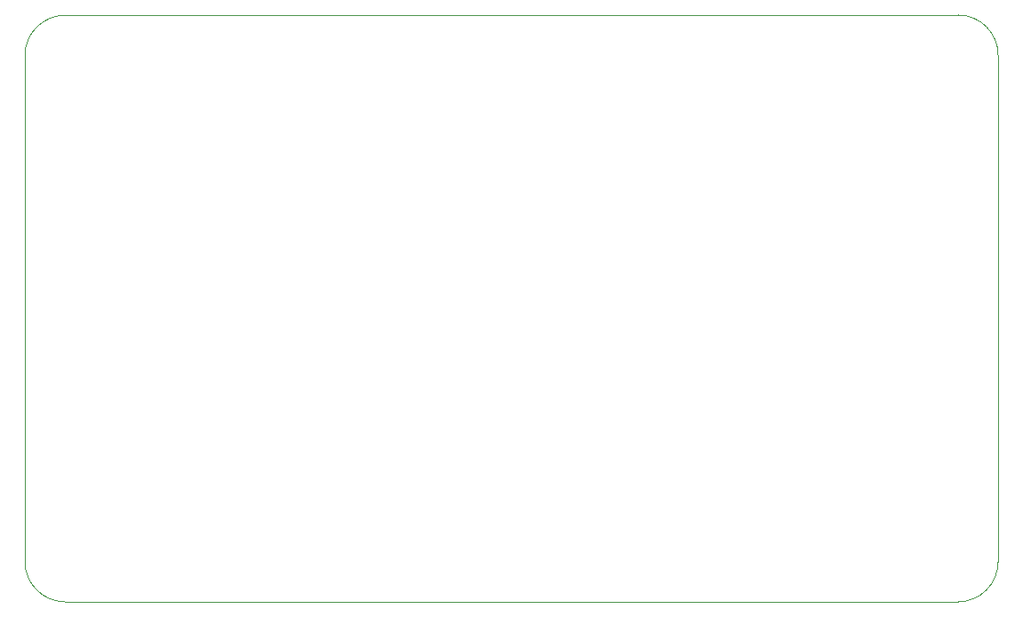
<source format=gm1>
%TF.GenerationSoftware,KiCad,Pcbnew,(6.0.8)*%
%TF.CreationDate,2022-11-10T19:09:55+02:00*%
%TF.ProjectId,DCMotorDriver,44434d6f-746f-4724-9472-697665722e6b,1.0*%
%TF.SameCoordinates,Original*%
%TF.FileFunction,Profile,NP*%
%FSLAX46Y46*%
G04 Gerber Fmt 4.6, Leading zero omitted, Abs format (unit mm)*
G04 Created by KiCad (PCBNEW (6.0.8)) date 2022-11-10 19:09:55*
%MOMM*%
%LPD*%
G01*
G04 APERTURE LIST*
%TA.AperFunction,Profile*%
%ADD10C,0.100000*%
%TD*%
G04 APERTURE END LIST*
D10*
X203200000Y-93980000D02*
X203200000Y-45720000D01*
X110490000Y-45720000D02*
X110490000Y-93980000D01*
X110489996Y-93980000D02*
G75*
G03*
X114327077Y-97790000I3837104J27200D01*
G01*
X199390000Y-97790000D02*
G75*
G03*
X203200000Y-93980000I0J3810000D01*
G01*
X199390000Y-41910000D02*
X114327077Y-41937077D01*
X114327077Y-97790000D02*
X199390000Y-97790000D01*
X203200000Y-45720000D02*
G75*
G03*
X199390000Y-41910000I-3810000J0D01*
G01*
X114327077Y-41937072D02*
G75*
G03*
X110490000Y-45720000I3J-3837468D01*
G01*
M02*

</source>
